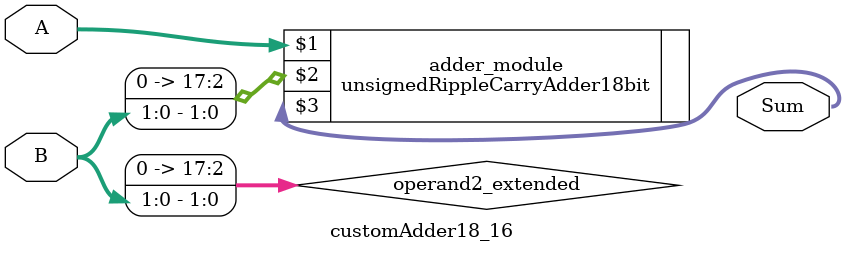
<source format=v>

module customAdder18_16(
                    input [17 : 0] A,
                    input [1 : 0] B,
                    
                    output [18 : 0] Sum
            );

    wire [17 : 0] operand2_extended;
    
    assign operand2_extended =  {16'b0, B};
    
    unsignedRippleCarryAdder18bit adder_module(
        A,
        operand2_extended,
        Sum
    );
    
endmodule
        
</source>
